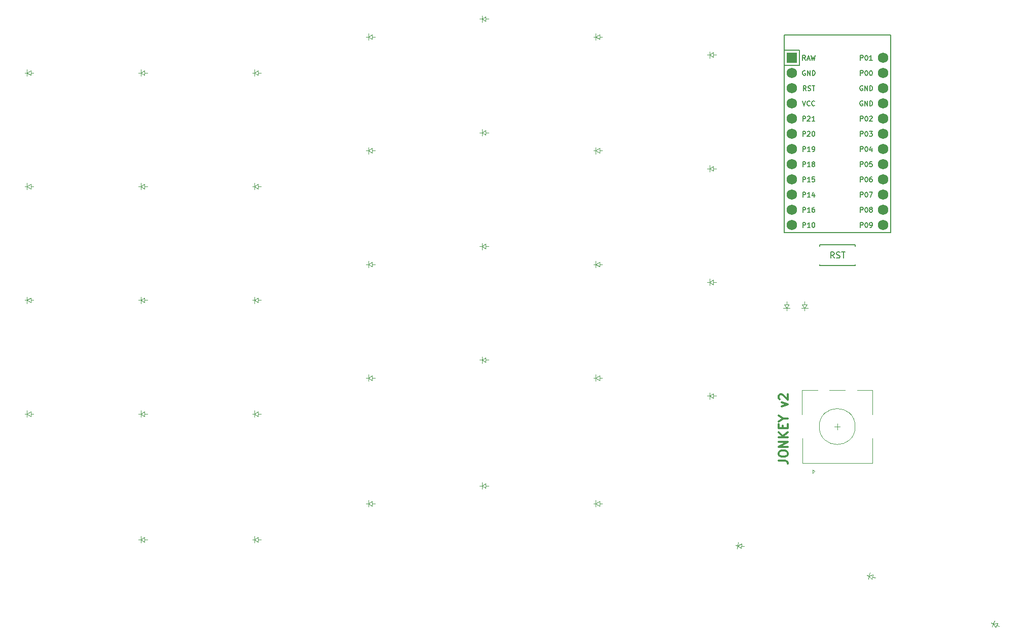
<source format=gbr>
%TF.GenerationSoftware,KiCad,Pcbnew,8.0.6*%
%TF.CreationDate,2024-11-25T22:34:02-05:00*%
%TF.ProjectId,jonkey-v2,6a6f6e6b-6579-42d7-9632-2e6b69636164,v1.0.0*%
%TF.SameCoordinates,Original*%
%TF.FileFunction,Legend,Top*%
%TF.FilePolarity,Positive*%
%FSLAX46Y46*%
G04 Gerber Fmt 4.6, Leading zero omitted, Abs format (unit mm)*
G04 Created by KiCad (PCBNEW 8.0.6) date 2024-11-25 22:34:02*
%MOMM*%
%LPD*%
G01*
G04 APERTURE LIST*
%ADD10C,0.300000*%
%ADD11C,0.150000*%
%ADD12C,0.100000*%
%ADD13C,0.120000*%
%ADD14R,1.752600X1.752600*%
%ADD15C,1.752600*%
G04 APERTURE END LIST*
D10*
X232678328Y-156285713D02*
X233749757Y-156285713D01*
X233749757Y-156285713D02*
X233964042Y-156357142D01*
X233964042Y-156357142D02*
X234106900Y-156499999D01*
X234106900Y-156499999D02*
X234178328Y-156714285D01*
X234178328Y-156714285D02*
X234178328Y-156857142D01*
X232678328Y-155285713D02*
X232678328Y-154999999D01*
X232678328Y-154999999D02*
X232749757Y-154857142D01*
X232749757Y-154857142D02*
X232892614Y-154714285D01*
X232892614Y-154714285D02*
X233178328Y-154642856D01*
X233178328Y-154642856D02*
X233678328Y-154642856D01*
X233678328Y-154642856D02*
X233964042Y-154714285D01*
X233964042Y-154714285D02*
X234106900Y-154857142D01*
X234106900Y-154857142D02*
X234178328Y-154999999D01*
X234178328Y-154999999D02*
X234178328Y-155285713D01*
X234178328Y-155285713D02*
X234106900Y-155428571D01*
X234106900Y-155428571D02*
X233964042Y-155571428D01*
X233964042Y-155571428D02*
X233678328Y-155642856D01*
X233678328Y-155642856D02*
X233178328Y-155642856D01*
X233178328Y-155642856D02*
X232892614Y-155571428D01*
X232892614Y-155571428D02*
X232749757Y-155428571D01*
X232749757Y-155428571D02*
X232678328Y-155285713D01*
X234178328Y-153999999D02*
X232678328Y-153999999D01*
X232678328Y-153999999D02*
X234178328Y-153142856D01*
X234178328Y-153142856D02*
X232678328Y-153142856D01*
X234178328Y-152428570D02*
X232678328Y-152428570D01*
X234178328Y-151571427D02*
X233321185Y-152214284D01*
X232678328Y-151571427D02*
X233535471Y-152428570D01*
X233392614Y-150928570D02*
X233392614Y-150428570D01*
X234178328Y-150214284D02*
X234178328Y-150928570D01*
X234178328Y-150928570D02*
X232678328Y-150928570D01*
X232678328Y-150928570D02*
X232678328Y-150214284D01*
X233464042Y-149285712D02*
X234178328Y-149285712D01*
X232678328Y-149785712D02*
X233464042Y-149285712D01*
X233464042Y-149285712D02*
X232678328Y-148785712D01*
X233178328Y-147285713D02*
X234178328Y-146928570D01*
X234178328Y-146928570D02*
X233178328Y-146571427D01*
X232821185Y-146071427D02*
X232749757Y-145999999D01*
X232749757Y-145999999D02*
X232678328Y-145857142D01*
X232678328Y-145857142D02*
X232678328Y-145499999D01*
X232678328Y-145499999D02*
X232749757Y-145357142D01*
X232749757Y-145357142D02*
X232821185Y-145285713D01*
X232821185Y-145285713D02*
X232964042Y-145214284D01*
X232964042Y-145214284D02*
X233106900Y-145214284D01*
X233106900Y-145214284D02*
X233321185Y-145285713D01*
X233321185Y-145285713D02*
X234178328Y-146142856D01*
X234178328Y-146142856D02*
X234178328Y-145214284D01*
D11*
X241952380Y-122454819D02*
X241619047Y-121978628D01*
X241380952Y-122454819D02*
X241380952Y-121454819D01*
X241380952Y-121454819D02*
X241761904Y-121454819D01*
X241761904Y-121454819D02*
X241857142Y-121502438D01*
X241857142Y-121502438D02*
X241904761Y-121550057D01*
X241904761Y-121550057D02*
X241952380Y-121645295D01*
X241952380Y-121645295D02*
X241952380Y-121788152D01*
X241952380Y-121788152D02*
X241904761Y-121883390D01*
X241904761Y-121883390D02*
X241857142Y-121931009D01*
X241857142Y-121931009D02*
X241761904Y-121978628D01*
X241761904Y-121978628D02*
X241380952Y-121978628D01*
X242333333Y-122407200D02*
X242476190Y-122454819D01*
X242476190Y-122454819D02*
X242714285Y-122454819D01*
X242714285Y-122454819D02*
X242809523Y-122407200D01*
X242809523Y-122407200D02*
X242857142Y-122359580D01*
X242857142Y-122359580D02*
X242904761Y-122264342D01*
X242904761Y-122264342D02*
X242904761Y-122169104D01*
X242904761Y-122169104D02*
X242857142Y-122073866D01*
X242857142Y-122073866D02*
X242809523Y-122026247D01*
X242809523Y-122026247D02*
X242714285Y-121978628D01*
X242714285Y-121978628D02*
X242523809Y-121931009D01*
X242523809Y-121931009D02*
X242428571Y-121883390D01*
X242428571Y-121883390D02*
X242380952Y-121835771D01*
X242380952Y-121835771D02*
X242333333Y-121740533D01*
X242333333Y-121740533D02*
X242333333Y-121645295D01*
X242333333Y-121645295D02*
X242380952Y-121550057D01*
X242380952Y-121550057D02*
X242428571Y-121502438D01*
X242428571Y-121502438D02*
X242523809Y-121454819D01*
X242523809Y-121454819D02*
X242761904Y-121454819D01*
X242761904Y-121454819D02*
X242904761Y-121502438D01*
X243190476Y-121454819D02*
X243761904Y-121454819D01*
X243476190Y-122454819D02*
X243476190Y-121454819D01*
X246328571Y-107172295D02*
X246328571Y-106372295D01*
X246328571Y-106372295D02*
X246633333Y-106372295D01*
X246633333Y-106372295D02*
X246709523Y-106410390D01*
X246709523Y-106410390D02*
X246747618Y-106448485D01*
X246747618Y-106448485D02*
X246785714Y-106524676D01*
X246785714Y-106524676D02*
X246785714Y-106638961D01*
X246785714Y-106638961D02*
X246747618Y-106715152D01*
X246747618Y-106715152D02*
X246709523Y-106753247D01*
X246709523Y-106753247D02*
X246633333Y-106791342D01*
X246633333Y-106791342D02*
X246328571Y-106791342D01*
X247280952Y-106372295D02*
X247357142Y-106372295D01*
X247357142Y-106372295D02*
X247433333Y-106410390D01*
X247433333Y-106410390D02*
X247471428Y-106448485D01*
X247471428Y-106448485D02*
X247509523Y-106524676D01*
X247509523Y-106524676D02*
X247547618Y-106677057D01*
X247547618Y-106677057D02*
X247547618Y-106867533D01*
X247547618Y-106867533D02*
X247509523Y-107019914D01*
X247509523Y-107019914D02*
X247471428Y-107096104D01*
X247471428Y-107096104D02*
X247433333Y-107134200D01*
X247433333Y-107134200D02*
X247357142Y-107172295D01*
X247357142Y-107172295D02*
X247280952Y-107172295D01*
X247280952Y-107172295D02*
X247204761Y-107134200D01*
X247204761Y-107134200D02*
X247166666Y-107096104D01*
X247166666Y-107096104D02*
X247128571Y-107019914D01*
X247128571Y-107019914D02*
X247090475Y-106867533D01*
X247090475Y-106867533D02*
X247090475Y-106677057D01*
X247090475Y-106677057D02*
X247128571Y-106524676D01*
X247128571Y-106524676D02*
X247166666Y-106448485D01*
X247166666Y-106448485D02*
X247204761Y-106410390D01*
X247204761Y-106410390D02*
X247280952Y-106372295D01*
X248271428Y-106372295D02*
X247890476Y-106372295D01*
X247890476Y-106372295D02*
X247852380Y-106753247D01*
X247852380Y-106753247D02*
X247890476Y-106715152D01*
X247890476Y-106715152D02*
X247966666Y-106677057D01*
X247966666Y-106677057D02*
X248157142Y-106677057D01*
X248157142Y-106677057D02*
X248233333Y-106715152D01*
X248233333Y-106715152D02*
X248271428Y-106753247D01*
X248271428Y-106753247D02*
X248309523Y-106829438D01*
X248309523Y-106829438D02*
X248309523Y-107019914D01*
X248309523Y-107019914D02*
X248271428Y-107096104D01*
X248271428Y-107096104D02*
X248233333Y-107134200D01*
X248233333Y-107134200D02*
X248157142Y-107172295D01*
X248157142Y-107172295D02*
X247966666Y-107172295D01*
X247966666Y-107172295D02*
X247890476Y-107134200D01*
X247890476Y-107134200D02*
X247852380Y-107096104D01*
X237261905Y-94472295D02*
X236995238Y-94091342D01*
X236804762Y-94472295D02*
X236804762Y-93672295D01*
X236804762Y-93672295D02*
X237109524Y-93672295D01*
X237109524Y-93672295D02*
X237185714Y-93710390D01*
X237185714Y-93710390D02*
X237223809Y-93748485D01*
X237223809Y-93748485D02*
X237261905Y-93824676D01*
X237261905Y-93824676D02*
X237261905Y-93938961D01*
X237261905Y-93938961D02*
X237223809Y-94015152D01*
X237223809Y-94015152D02*
X237185714Y-94053247D01*
X237185714Y-94053247D02*
X237109524Y-94091342D01*
X237109524Y-94091342D02*
X236804762Y-94091342D01*
X237566666Y-94434200D02*
X237680952Y-94472295D01*
X237680952Y-94472295D02*
X237871428Y-94472295D01*
X237871428Y-94472295D02*
X237947619Y-94434200D01*
X237947619Y-94434200D02*
X237985714Y-94396104D01*
X237985714Y-94396104D02*
X238023809Y-94319914D01*
X238023809Y-94319914D02*
X238023809Y-94243723D01*
X238023809Y-94243723D02*
X237985714Y-94167533D01*
X237985714Y-94167533D02*
X237947619Y-94129438D01*
X237947619Y-94129438D02*
X237871428Y-94091342D01*
X237871428Y-94091342D02*
X237719047Y-94053247D01*
X237719047Y-94053247D02*
X237642857Y-94015152D01*
X237642857Y-94015152D02*
X237604762Y-93977057D01*
X237604762Y-93977057D02*
X237566666Y-93900866D01*
X237566666Y-93900866D02*
X237566666Y-93824676D01*
X237566666Y-93824676D02*
X237604762Y-93748485D01*
X237604762Y-93748485D02*
X237642857Y-93710390D01*
X237642857Y-93710390D02*
X237719047Y-93672295D01*
X237719047Y-93672295D02*
X237909524Y-93672295D01*
X237909524Y-93672295D02*
X238023809Y-93710390D01*
X238252381Y-93672295D02*
X238709524Y-93672295D01*
X238480952Y-94472295D02*
X238480952Y-93672295D01*
X236728571Y-107172295D02*
X236728571Y-106372295D01*
X236728571Y-106372295D02*
X237033333Y-106372295D01*
X237033333Y-106372295D02*
X237109523Y-106410390D01*
X237109523Y-106410390D02*
X237147618Y-106448485D01*
X237147618Y-106448485D02*
X237185714Y-106524676D01*
X237185714Y-106524676D02*
X237185714Y-106638961D01*
X237185714Y-106638961D02*
X237147618Y-106715152D01*
X237147618Y-106715152D02*
X237109523Y-106753247D01*
X237109523Y-106753247D02*
X237033333Y-106791342D01*
X237033333Y-106791342D02*
X236728571Y-106791342D01*
X237947618Y-107172295D02*
X237490475Y-107172295D01*
X237719047Y-107172295D02*
X237719047Y-106372295D01*
X237719047Y-106372295D02*
X237642856Y-106486580D01*
X237642856Y-106486580D02*
X237566666Y-106562771D01*
X237566666Y-106562771D02*
X237490475Y-106600866D01*
X238404761Y-106715152D02*
X238328571Y-106677057D01*
X238328571Y-106677057D02*
X238290476Y-106638961D01*
X238290476Y-106638961D02*
X238252380Y-106562771D01*
X238252380Y-106562771D02*
X238252380Y-106524676D01*
X238252380Y-106524676D02*
X238290476Y-106448485D01*
X238290476Y-106448485D02*
X238328571Y-106410390D01*
X238328571Y-106410390D02*
X238404761Y-106372295D01*
X238404761Y-106372295D02*
X238557142Y-106372295D01*
X238557142Y-106372295D02*
X238633333Y-106410390D01*
X238633333Y-106410390D02*
X238671428Y-106448485D01*
X238671428Y-106448485D02*
X238709523Y-106524676D01*
X238709523Y-106524676D02*
X238709523Y-106562771D01*
X238709523Y-106562771D02*
X238671428Y-106638961D01*
X238671428Y-106638961D02*
X238633333Y-106677057D01*
X238633333Y-106677057D02*
X238557142Y-106715152D01*
X238557142Y-106715152D02*
X238404761Y-106715152D01*
X238404761Y-106715152D02*
X238328571Y-106753247D01*
X238328571Y-106753247D02*
X238290476Y-106791342D01*
X238290476Y-106791342D02*
X238252380Y-106867533D01*
X238252380Y-106867533D02*
X238252380Y-107019914D01*
X238252380Y-107019914D02*
X238290476Y-107096104D01*
X238290476Y-107096104D02*
X238328571Y-107134200D01*
X238328571Y-107134200D02*
X238404761Y-107172295D01*
X238404761Y-107172295D02*
X238557142Y-107172295D01*
X238557142Y-107172295D02*
X238633333Y-107134200D01*
X238633333Y-107134200D02*
X238671428Y-107096104D01*
X238671428Y-107096104D02*
X238709523Y-107019914D01*
X238709523Y-107019914D02*
X238709523Y-106867533D01*
X238709523Y-106867533D02*
X238671428Y-106791342D01*
X238671428Y-106791342D02*
X238633333Y-106753247D01*
X238633333Y-106753247D02*
X238557142Y-106715152D01*
X236728571Y-114792295D02*
X236728571Y-113992295D01*
X236728571Y-113992295D02*
X237033333Y-113992295D01*
X237033333Y-113992295D02*
X237109523Y-114030390D01*
X237109523Y-114030390D02*
X237147618Y-114068485D01*
X237147618Y-114068485D02*
X237185714Y-114144676D01*
X237185714Y-114144676D02*
X237185714Y-114258961D01*
X237185714Y-114258961D02*
X237147618Y-114335152D01*
X237147618Y-114335152D02*
X237109523Y-114373247D01*
X237109523Y-114373247D02*
X237033333Y-114411342D01*
X237033333Y-114411342D02*
X236728571Y-114411342D01*
X237947618Y-114792295D02*
X237490475Y-114792295D01*
X237719047Y-114792295D02*
X237719047Y-113992295D01*
X237719047Y-113992295D02*
X237642856Y-114106580D01*
X237642856Y-114106580D02*
X237566666Y-114182771D01*
X237566666Y-114182771D02*
X237490475Y-114220866D01*
X238633333Y-113992295D02*
X238480952Y-113992295D01*
X238480952Y-113992295D02*
X238404761Y-114030390D01*
X238404761Y-114030390D02*
X238366666Y-114068485D01*
X238366666Y-114068485D02*
X238290476Y-114182771D01*
X238290476Y-114182771D02*
X238252380Y-114335152D01*
X238252380Y-114335152D02*
X238252380Y-114639914D01*
X238252380Y-114639914D02*
X238290476Y-114716104D01*
X238290476Y-114716104D02*
X238328571Y-114754200D01*
X238328571Y-114754200D02*
X238404761Y-114792295D01*
X238404761Y-114792295D02*
X238557142Y-114792295D01*
X238557142Y-114792295D02*
X238633333Y-114754200D01*
X238633333Y-114754200D02*
X238671428Y-114716104D01*
X238671428Y-114716104D02*
X238709523Y-114639914D01*
X238709523Y-114639914D02*
X238709523Y-114449438D01*
X238709523Y-114449438D02*
X238671428Y-114373247D01*
X238671428Y-114373247D02*
X238633333Y-114335152D01*
X238633333Y-114335152D02*
X238557142Y-114297057D01*
X238557142Y-114297057D02*
X238404761Y-114297057D01*
X238404761Y-114297057D02*
X238328571Y-114335152D01*
X238328571Y-114335152D02*
X238290476Y-114373247D01*
X238290476Y-114373247D02*
X238252380Y-114449438D01*
X246328571Y-114792295D02*
X246328571Y-113992295D01*
X246328571Y-113992295D02*
X246633333Y-113992295D01*
X246633333Y-113992295D02*
X246709523Y-114030390D01*
X246709523Y-114030390D02*
X246747618Y-114068485D01*
X246747618Y-114068485D02*
X246785714Y-114144676D01*
X246785714Y-114144676D02*
X246785714Y-114258961D01*
X246785714Y-114258961D02*
X246747618Y-114335152D01*
X246747618Y-114335152D02*
X246709523Y-114373247D01*
X246709523Y-114373247D02*
X246633333Y-114411342D01*
X246633333Y-114411342D02*
X246328571Y-114411342D01*
X247280952Y-113992295D02*
X247357142Y-113992295D01*
X247357142Y-113992295D02*
X247433333Y-114030390D01*
X247433333Y-114030390D02*
X247471428Y-114068485D01*
X247471428Y-114068485D02*
X247509523Y-114144676D01*
X247509523Y-114144676D02*
X247547618Y-114297057D01*
X247547618Y-114297057D02*
X247547618Y-114487533D01*
X247547618Y-114487533D02*
X247509523Y-114639914D01*
X247509523Y-114639914D02*
X247471428Y-114716104D01*
X247471428Y-114716104D02*
X247433333Y-114754200D01*
X247433333Y-114754200D02*
X247357142Y-114792295D01*
X247357142Y-114792295D02*
X247280952Y-114792295D01*
X247280952Y-114792295D02*
X247204761Y-114754200D01*
X247204761Y-114754200D02*
X247166666Y-114716104D01*
X247166666Y-114716104D02*
X247128571Y-114639914D01*
X247128571Y-114639914D02*
X247090475Y-114487533D01*
X247090475Y-114487533D02*
X247090475Y-114297057D01*
X247090475Y-114297057D02*
X247128571Y-114144676D01*
X247128571Y-114144676D02*
X247166666Y-114068485D01*
X247166666Y-114068485D02*
X247204761Y-114030390D01*
X247204761Y-114030390D02*
X247280952Y-113992295D01*
X248004761Y-114335152D02*
X247928571Y-114297057D01*
X247928571Y-114297057D02*
X247890476Y-114258961D01*
X247890476Y-114258961D02*
X247852380Y-114182771D01*
X247852380Y-114182771D02*
X247852380Y-114144676D01*
X247852380Y-114144676D02*
X247890476Y-114068485D01*
X247890476Y-114068485D02*
X247928571Y-114030390D01*
X247928571Y-114030390D02*
X248004761Y-113992295D01*
X248004761Y-113992295D02*
X248157142Y-113992295D01*
X248157142Y-113992295D02*
X248233333Y-114030390D01*
X248233333Y-114030390D02*
X248271428Y-114068485D01*
X248271428Y-114068485D02*
X248309523Y-114144676D01*
X248309523Y-114144676D02*
X248309523Y-114182771D01*
X248309523Y-114182771D02*
X248271428Y-114258961D01*
X248271428Y-114258961D02*
X248233333Y-114297057D01*
X248233333Y-114297057D02*
X248157142Y-114335152D01*
X248157142Y-114335152D02*
X248004761Y-114335152D01*
X248004761Y-114335152D02*
X247928571Y-114373247D01*
X247928571Y-114373247D02*
X247890476Y-114411342D01*
X247890476Y-114411342D02*
X247852380Y-114487533D01*
X247852380Y-114487533D02*
X247852380Y-114639914D01*
X247852380Y-114639914D02*
X247890476Y-114716104D01*
X247890476Y-114716104D02*
X247928571Y-114754200D01*
X247928571Y-114754200D02*
X248004761Y-114792295D01*
X248004761Y-114792295D02*
X248157142Y-114792295D01*
X248157142Y-114792295D02*
X248233333Y-114754200D01*
X248233333Y-114754200D02*
X248271428Y-114716104D01*
X248271428Y-114716104D02*
X248309523Y-114639914D01*
X248309523Y-114639914D02*
X248309523Y-114487533D01*
X248309523Y-114487533D02*
X248271428Y-114411342D01*
X248271428Y-114411342D02*
X248233333Y-114373247D01*
X248233333Y-114373247D02*
X248157142Y-114335152D01*
X246328571Y-102092295D02*
X246328571Y-101292295D01*
X246328571Y-101292295D02*
X246633333Y-101292295D01*
X246633333Y-101292295D02*
X246709523Y-101330390D01*
X246709523Y-101330390D02*
X246747618Y-101368485D01*
X246747618Y-101368485D02*
X246785714Y-101444676D01*
X246785714Y-101444676D02*
X246785714Y-101558961D01*
X246785714Y-101558961D02*
X246747618Y-101635152D01*
X246747618Y-101635152D02*
X246709523Y-101673247D01*
X246709523Y-101673247D02*
X246633333Y-101711342D01*
X246633333Y-101711342D02*
X246328571Y-101711342D01*
X247280952Y-101292295D02*
X247357142Y-101292295D01*
X247357142Y-101292295D02*
X247433333Y-101330390D01*
X247433333Y-101330390D02*
X247471428Y-101368485D01*
X247471428Y-101368485D02*
X247509523Y-101444676D01*
X247509523Y-101444676D02*
X247547618Y-101597057D01*
X247547618Y-101597057D02*
X247547618Y-101787533D01*
X247547618Y-101787533D02*
X247509523Y-101939914D01*
X247509523Y-101939914D02*
X247471428Y-102016104D01*
X247471428Y-102016104D02*
X247433333Y-102054200D01*
X247433333Y-102054200D02*
X247357142Y-102092295D01*
X247357142Y-102092295D02*
X247280952Y-102092295D01*
X247280952Y-102092295D02*
X247204761Y-102054200D01*
X247204761Y-102054200D02*
X247166666Y-102016104D01*
X247166666Y-102016104D02*
X247128571Y-101939914D01*
X247128571Y-101939914D02*
X247090475Y-101787533D01*
X247090475Y-101787533D02*
X247090475Y-101597057D01*
X247090475Y-101597057D02*
X247128571Y-101444676D01*
X247128571Y-101444676D02*
X247166666Y-101368485D01*
X247166666Y-101368485D02*
X247204761Y-101330390D01*
X247204761Y-101330390D02*
X247280952Y-101292295D01*
X247814285Y-101292295D02*
X248309523Y-101292295D01*
X248309523Y-101292295D02*
X248042857Y-101597057D01*
X248042857Y-101597057D02*
X248157142Y-101597057D01*
X248157142Y-101597057D02*
X248233333Y-101635152D01*
X248233333Y-101635152D02*
X248271428Y-101673247D01*
X248271428Y-101673247D02*
X248309523Y-101749438D01*
X248309523Y-101749438D02*
X248309523Y-101939914D01*
X248309523Y-101939914D02*
X248271428Y-102016104D01*
X248271428Y-102016104D02*
X248233333Y-102054200D01*
X248233333Y-102054200D02*
X248157142Y-102092295D01*
X248157142Y-102092295D02*
X247928571Y-102092295D01*
X247928571Y-102092295D02*
X247852380Y-102054200D01*
X247852380Y-102054200D02*
X247814285Y-102016104D01*
X237147619Y-89392295D02*
X236880952Y-89011342D01*
X236690476Y-89392295D02*
X236690476Y-88592295D01*
X236690476Y-88592295D02*
X236995238Y-88592295D01*
X236995238Y-88592295D02*
X237071428Y-88630390D01*
X237071428Y-88630390D02*
X237109523Y-88668485D01*
X237109523Y-88668485D02*
X237147619Y-88744676D01*
X237147619Y-88744676D02*
X237147619Y-88858961D01*
X237147619Y-88858961D02*
X237109523Y-88935152D01*
X237109523Y-88935152D02*
X237071428Y-88973247D01*
X237071428Y-88973247D02*
X236995238Y-89011342D01*
X236995238Y-89011342D02*
X236690476Y-89011342D01*
X237452380Y-89163723D02*
X237833333Y-89163723D01*
X237376190Y-89392295D02*
X237642857Y-88592295D01*
X237642857Y-88592295D02*
X237909523Y-89392295D01*
X238099999Y-88592295D02*
X238290475Y-89392295D01*
X238290475Y-89392295D02*
X238442856Y-88820866D01*
X238442856Y-88820866D02*
X238595237Y-89392295D01*
X238595237Y-89392295D02*
X238785714Y-88592295D01*
X246690476Y-96250390D02*
X246614286Y-96212295D01*
X246614286Y-96212295D02*
X246500000Y-96212295D01*
X246500000Y-96212295D02*
X246385714Y-96250390D01*
X246385714Y-96250390D02*
X246309524Y-96326580D01*
X246309524Y-96326580D02*
X246271429Y-96402771D01*
X246271429Y-96402771D02*
X246233333Y-96555152D01*
X246233333Y-96555152D02*
X246233333Y-96669438D01*
X246233333Y-96669438D02*
X246271429Y-96821819D01*
X246271429Y-96821819D02*
X246309524Y-96898009D01*
X246309524Y-96898009D02*
X246385714Y-96974200D01*
X246385714Y-96974200D02*
X246500000Y-97012295D01*
X246500000Y-97012295D02*
X246576191Y-97012295D01*
X246576191Y-97012295D02*
X246690476Y-96974200D01*
X246690476Y-96974200D02*
X246728572Y-96936104D01*
X246728572Y-96936104D02*
X246728572Y-96669438D01*
X246728572Y-96669438D02*
X246576191Y-96669438D01*
X247071429Y-97012295D02*
X247071429Y-96212295D01*
X247071429Y-96212295D02*
X247528572Y-97012295D01*
X247528572Y-97012295D02*
X247528572Y-96212295D01*
X247909524Y-97012295D02*
X247909524Y-96212295D01*
X247909524Y-96212295D02*
X248100000Y-96212295D01*
X248100000Y-96212295D02*
X248214286Y-96250390D01*
X248214286Y-96250390D02*
X248290476Y-96326580D01*
X248290476Y-96326580D02*
X248328571Y-96402771D01*
X248328571Y-96402771D02*
X248366667Y-96555152D01*
X248366667Y-96555152D02*
X248366667Y-96669438D01*
X248366667Y-96669438D02*
X248328571Y-96821819D01*
X248328571Y-96821819D02*
X248290476Y-96898009D01*
X248290476Y-96898009D02*
X248214286Y-96974200D01*
X248214286Y-96974200D02*
X248100000Y-97012295D01*
X248100000Y-97012295D02*
X247909524Y-97012295D01*
X236728571Y-117332295D02*
X236728571Y-116532295D01*
X236728571Y-116532295D02*
X237033333Y-116532295D01*
X237033333Y-116532295D02*
X237109523Y-116570390D01*
X237109523Y-116570390D02*
X237147618Y-116608485D01*
X237147618Y-116608485D02*
X237185714Y-116684676D01*
X237185714Y-116684676D02*
X237185714Y-116798961D01*
X237185714Y-116798961D02*
X237147618Y-116875152D01*
X237147618Y-116875152D02*
X237109523Y-116913247D01*
X237109523Y-116913247D02*
X237033333Y-116951342D01*
X237033333Y-116951342D02*
X236728571Y-116951342D01*
X237947618Y-117332295D02*
X237490475Y-117332295D01*
X237719047Y-117332295D02*
X237719047Y-116532295D01*
X237719047Y-116532295D02*
X237642856Y-116646580D01*
X237642856Y-116646580D02*
X237566666Y-116722771D01*
X237566666Y-116722771D02*
X237490475Y-116760866D01*
X238442857Y-116532295D02*
X238519047Y-116532295D01*
X238519047Y-116532295D02*
X238595238Y-116570390D01*
X238595238Y-116570390D02*
X238633333Y-116608485D01*
X238633333Y-116608485D02*
X238671428Y-116684676D01*
X238671428Y-116684676D02*
X238709523Y-116837057D01*
X238709523Y-116837057D02*
X238709523Y-117027533D01*
X238709523Y-117027533D02*
X238671428Y-117179914D01*
X238671428Y-117179914D02*
X238633333Y-117256104D01*
X238633333Y-117256104D02*
X238595238Y-117294200D01*
X238595238Y-117294200D02*
X238519047Y-117332295D01*
X238519047Y-117332295D02*
X238442857Y-117332295D01*
X238442857Y-117332295D02*
X238366666Y-117294200D01*
X238366666Y-117294200D02*
X238328571Y-117256104D01*
X238328571Y-117256104D02*
X238290476Y-117179914D01*
X238290476Y-117179914D02*
X238252380Y-117027533D01*
X238252380Y-117027533D02*
X238252380Y-116837057D01*
X238252380Y-116837057D02*
X238290476Y-116684676D01*
X238290476Y-116684676D02*
X238328571Y-116608485D01*
X238328571Y-116608485D02*
X238366666Y-116570390D01*
X238366666Y-116570390D02*
X238442857Y-116532295D01*
X237090476Y-91170390D02*
X237014286Y-91132295D01*
X237014286Y-91132295D02*
X236900000Y-91132295D01*
X236900000Y-91132295D02*
X236785714Y-91170390D01*
X236785714Y-91170390D02*
X236709524Y-91246580D01*
X236709524Y-91246580D02*
X236671429Y-91322771D01*
X236671429Y-91322771D02*
X236633333Y-91475152D01*
X236633333Y-91475152D02*
X236633333Y-91589438D01*
X236633333Y-91589438D02*
X236671429Y-91741819D01*
X236671429Y-91741819D02*
X236709524Y-91818009D01*
X236709524Y-91818009D02*
X236785714Y-91894200D01*
X236785714Y-91894200D02*
X236900000Y-91932295D01*
X236900000Y-91932295D02*
X236976191Y-91932295D01*
X236976191Y-91932295D02*
X237090476Y-91894200D01*
X237090476Y-91894200D02*
X237128572Y-91856104D01*
X237128572Y-91856104D02*
X237128572Y-91589438D01*
X237128572Y-91589438D02*
X236976191Y-91589438D01*
X237471429Y-91932295D02*
X237471429Y-91132295D01*
X237471429Y-91132295D02*
X237928572Y-91932295D01*
X237928572Y-91932295D02*
X237928572Y-91132295D01*
X238309524Y-91932295D02*
X238309524Y-91132295D01*
X238309524Y-91132295D02*
X238500000Y-91132295D01*
X238500000Y-91132295D02*
X238614286Y-91170390D01*
X238614286Y-91170390D02*
X238690476Y-91246580D01*
X238690476Y-91246580D02*
X238728571Y-91322771D01*
X238728571Y-91322771D02*
X238766667Y-91475152D01*
X238766667Y-91475152D02*
X238766667Y-91589438D01*
X238766667Y-91589438D02*
X238728571Y-91741819D01*
X238728571Y-91741819D02*
X238690476Y-91818009D01*
X238690476Y-91818009D02*
X238614286Y-91894200D01*
X238614286Y-91894200D02*
X238500000Y-91932295D01*
X238500000Y-91932295D02*
X238309524Y-91932295D01*
X236728571Y-99552295D02*
X236728571Y-98752295D01*
X236728571Y-98752295D02*
X237033333Y-98752295D01*
X237033333Y-98752295D02*
X237109523Y-98790390D01*
X237109523Y-98790390D02*
X237147618Y-98828485D01*
X237147618Y-98828485D02*
X237185714Y-98904676D01*
X237185714Y-98904676D02*
X237185714Y-99018961D01*
X237185714Y-99018961D02*
X237147618Y-99095152D01*
X237147618Y-99095152D02*
X237109523Y-99133247D01*
X237109523Y-99133247D02*
X237033333Y-99171342D01*
X237033333Y-99171342D02*
X236728571Y-99171342D01*
X237490475Y-98828485D02*
X237528571Y-98790390D01*
X237528571Y-98790390D02*
X237604761Y-98752295D01*
X237604761Y-98752295D02*
X237795237Y-98752295D01*
X237795237Y-98752295D02*
X237871428Y-98790390D01*
X237871428Y-98790390D02*
X237909523Y-98828485D01*
X237909523Y-98828485D02*
X237947618Y-98904676D01*
X237947618Y-98904676D02*
X237947618Y-98980866D01*
X237947618Y-98980866D02*
X237909523Y-99095152D01*
X237909523Y-99095152D02*
X237452380Y-99552295D01*
X237452380Y-99552295D02*
X237947618Y-99552295D01*
X238709523Y-99552295D02*
X238252380Y-99552295D01*
X238480952Y-99552295D02*
X238480952Y-98752295D01*
X238480952Y-98752295D02*
X238404761Y-98866580D01*
X238404761Y-98866580D02*
X238328571Y-98942771D01*
X238328571Y-98942771D02*
X238252380Y-98980866D01*
X246328571Y-109712295D02*
X246328571Y-108912295D01*
X246328571Y-108912295D02*
X246633333Y-108912295D01*
X246633333Y-108912295D02*
X246709523Y-108950390D01*
X246709523Y-108950390D02*
X246747618Y-108988485D01*
X246747618Y-108988485D02*
X246785714Y-109064676D01*
X246785714Y-109064676D02*
X246785714Y-109178961D01*
X246785714Y-109178961D02*
X246747618Y-109255152D01*
X246747618Y-109255152D02*
X246709523Y-109293247D01*
X246709523Y-109293247D02*
X246633333Y-109331342D01*
X246633333Y-109331342D02*
X246328571Y-109331342D01*
X247280952Y-108912295D02*
X247357142Y-108912295D01*
X247357142Y-108912295D02*
X247433333Y-108950390D01*
X247433333Y-108950390D02*
X247471428Y-108988485D01*
X247471428Y-108988485D02*
X247509523Y-109064676D01*
X247509523Y-109064676D02*
X247547618Y-109217057D01*
X247547618Y-109217057D02*
X247547618Y-109407533D01*
X247547618Y-109407533D02*
X247509523Y-109559914D01*
X247509523Y-109559914D02*
X247471428Y-109636104D01*
X247471428Y-109636104D02*
X247433333Y-109674200D01*
X247433333Y-109674200D02*
X247357142Y-109712295D01*
X247357142Y-109712295D02*
X247280952Y-109712295D01*
X247280952Y-109712295D02*
X247204761Y-109674200D01*
X247204761Y-109674200D02*
X247166666Y-109636104D01*
X247166666Y-109636104D02*
X247128571Y-109559914D01*
X247128571Y-109559914D02*
X247090475Y-109407533D01*
X247090475Y-109407533D02*
X247090475Y-109217057D01*
X247090475Y-109217057D02*
X247128571Y-109064676D01*
X247128571Y-109064676D02*
X247166666Y-108988485D01*
X247166666Y-108988485D02*
X247204761Y-108950390D01*
X247204761Y-108950390D02*
X247280952Y-108912295D01*
X248233333Y-108912295D02*
X248080952Y-108912295D01*
X248080952Y-108912295D02*
X248004761Y-108950390D01*
X248004761Y-108950390D02*
X247966666Y-108988485D01*
X247966666Y-108988485D02*
X247890476Y-109102771D01*
X247890476Y-109102771D02*
X247852380Y-109255152D01*
X247852380Y-109255152D02*
X247852380Y-109559914D01*
X247852380Y-109559914D02*
X247890476Y-109636104D01*
X247890476Y-109636104D02*
X247928571Y-109674200D01*
X247928571Y-109674200D02*
X248004761Y-109712295D01*
X248004761Y-109712295D02*
X248157142Y-109712295D01*
X248157142Y-109712295D02*
X248233333Y-109674200D01*
X248233333Y-109674200D02*
X248271428Y-109636104D01*
X248271428Y-109636104D02*
X248309523Y-109559914D01*
X248309523Y-109559914D02*
X248309523Y-109369438D01*
X248309523Y-109369438D02*
X248271428Y-109293247D01*
X248271428Y-109293247D02*
X248233333Y-109255152D01*
X248233333Y-109255152D02*
X248157142Y-109217057D01*
X248157142Y-109217057D02*
X248004761Y-109217057D01*
X248004761Y-109217057D02*
X247928571Y-109255152D01*
X247928571Y-109255152D02*
X247890476Y-109293247D01*
X247890476Y-109293247D02*
X247852380Y-109369438D01*
X236728571Y-112252295D02*
X236728571Y-111452295D01*
X236728571Y-111452295D02*
X237033333Y-111452295D01*
X237033333Y-111452295D02*
X237109523Y-111490390D01*
X237109523Y-111490390D02*
X237147618Y-111528485D01*
X237147618Y-111528485D02*
X237185714Y-111604676D01*
X237185714Y-111604676D02*
X237185714Y-111718961D01*
X237185714Y-111718961D02*
X237147618Y-111795152D01*
X237147618Y-111795152D02*
X237109523Y-111833247D01*
X237109523Y-111833247D02*
X237033333Y-111871342D01*
X237033333Y-111871342D02*
X236728571Y-111871342D01*
X237947618Y-112252295D02*
X237490475Y-112252295D01*
X237719047Y-112252295D02*
X237719047Y-111452295D01*
X237719047Y-111452295D02*
X237642856Y-111566580D01*
X237642856Y-111566580D02*
X237566666Y-111642771D01*
X237566666Y-111642771D02*
X237490475Y-111680866D01*
X238633333Y-111718961D02*
X238633333Y-112252295D01*
X238442857Y-111414200D02*
X238252380Y-111985628D01*
X238252380Y-111985628D02*
X238747619Y-111985628D01*
X246328571Y-99552295D02*
X246328571Y-98752295D01*
X246328571Y-98752295D02*
X246633333Y-98752295D01*
X246633333Y-98752295D02*
X246709523Y-98790390D01*
X246709523Y-98790390D02*
X246747618Y-98828485D01*
X246747618Y-98828485D02*
X246785714Y-98904676D01*
X246785714Y-98904676D02*
X246785714Y-99018961D01*
X246785714Y-99018961D02*
X246747618Y-99095152D01*
X246747618Y-99095152D02*
X246709523Y-99133247D01*
X246709523Y-99133247D02*
X246633333Y-99171342D01*
X246633333Y-99171342D02*
X246328571Y-99171342D01*
X247280952Y-98752295D02*
X247357142Y-98752295D01*
X247357142Y-98752295D02*
X247433333Y-98790390D01*
X247433333Y-98790390D02*
X247471428Y-98828485D01*
X247471428Y-98828485D02*
X247509523Y-98904676D01*
X247509523Y-98904676D02*
X247547618Y-99057057D01*
X247547618Y-99057057D02*
X247547618Y-99247533D01*
X247547618Y-99247533D02*
X247509523Y-99399914D01*
X247509523Y-99399914D02*
X247471428Y-99476104D01*
X247471428Y-99476104D02*
X247433333Y-99514200D01*
X247433333Y-99514200D02*
X247357142Y-99552295D01*
X247357142Y-99552295D02*
X247280952Y-99552295D01*
X247280952Y-99552295D02*
X247204761Y-99514200D01*
X247204761Y-99514200D02*
X247166666Y-99476104D01*
X247166666Y-99476104D02*
X247128571Y-99399914D01*
X247128571Y-99399914D02*
X247090475Y-99247533D01*
X247090475Y-99247533D02*
X247090475Y-99057057D01*
X247090475Y-99057057D02*
X247128571Y-98904676D01*
X247128571Y-98904676D02*
X247166666Y-98828485D01*
X247166666Y-98828485D02*
X247204761Y-98790390D01*
X247204761Y-98790390D02*
X247280952Y-98752295D01*
X247852380Y-98828485D02*
X247890476Y-98790390D01*
X247890476Y-98790390D02*
X247966666Y-98752295D01*
X247966666Y-98752295D02*
X248157142Y-98752295D01*
X248157142Y-98752295D02*
X248233333Y-98790390D01*
X248233333Y-98790390D02*
X248271428Y-98828485D01*
X248271428Y-98828485D02*
X248309523Y-98904676D01*
X248309523Y-98904676D02*
X248309523Y-98980866D01*
X248309523Y-98980866D02*
X248271428Y-99095152D01*
X248271428Y-99095152D02*
X247814285Y-99552295D01*
X247814285Y-99552295D02*
X248309523Y-99552295D01*
X236728571Y-102092295D02*
X236728571Y-101292295D01*
X236728571Y-101292295D02*
X237033333Y-101292295D01*
X237033333Y-101292295D02*
X237109523Y-101330390D01*
X237109523Y-101330390D02*
X237147618Y-101368485D01*
X237147618Y-101368485D02*
X237185714Y-101444676D01*
X237185714Y-101444676D02*
X237185714Y-101558961D01*
X237185714Y-101558961D02*
X237147618Y-101635152D01*
X237147618Y-101635152D02*
X237109523Y-101673247D01*
X237109523Y-101673247D02*
X237033333Y-101711342D01*
X237033333Y-101711342D02*
X236728571Y-101711342D01*
X237490475Y-101368485D02*
X237528571Y-101330390D01*
X237528571Y-101330390D02*
X237604761Y-101292295D01*
X237604761Y-101292295D02*
X237795237Y-101292295D01*
X237795237Y-101292295D02*
X237871428Y-101330390D01*
X237871428Y-101330390D02*
X237909523Y-101368485D01*
X237909523Y-101368485D02*
X237947618Y-101444676D01*
X237947618Y-101444676D02*
X237947618Y-101520866D01*
X237947618Y-101520866D02*
X237909523Y-101635152D01*
X237909523Y-101635152D02*
X237452380Y-102092295D01*
X237452380Y-102092295D02*
X237947618Y-102092295D01*
X238442857Y-101292295D02*
X238519047Y-101292295D01*
X238519047Y-101292295D02*
X238595238Y-101330390D01*
X238595238Y-101330390D02*
X238633333Y-101368485D01*
X238633333Y-101368485D02*
X238671428Y-101444676D01*
X238671428Y-101444676D02*
X238709523Y-101597057D01*
X238709523Y-101597057D02*
X238709523Y-101787533D01*
X238709523Y-101787533D02*
X238671428Y-101939914D01*
X238671428Y-101939914D02*
X238633333Y-102016104D01*
X238633333Y-102016104D02*
X238595238Y-102054200D01*
X238595238Y-102054200D02*
X238519047Y-102092295D01*
X238519047Y-102092295D02*
X238442857Y-102092295D01*
X238442857Y-102092295D02*
X238366666Y-102054200D01*
X238366666Y-102054200D02*
X238328571Y-102016104D01*
X238328571Y-102016104D02*
X238290476Y-101939914D01*
X238290476Y-101939914D02*
X238252380Y-101787533D01*
X238252380Y-101787533D02*
X238252380Y-101597057D01*
X238252380Y-101597057D02*
X238290476Y-101444676D01*
X238290476Y-101444676D02*
X238328571Y-101368485D01*
X238328571Y-101368485D02*
X238366666Y-101330390D01*
X238366666Y-101330390D02*
X238442857Y-101292295D01*
X246328571Y-112252295D02*
X246328571Y-111452295D01*
X246328571Y-111452295D02*
X246633333Y-111452295D01*
X246633333Y-111452295D02*
X246709523Y-111490390D01*
X246709523Y-111490390D02*
X246747618Y-111528485D01*
X246747618Y-111528485D02*
X246785714Y-111604676D01*
X246785714Y-111604676D02*
X246785714Y-111718961D01*
X246785714Y-111718961D02*
X246747618Y-111795152D01*
X246747618Y-111795152D02*
X246709523Y-111833247D01*
X246709523Y-111833247D02*
X246633333Y-111871342D01*
X246633333Y-111871342D02*
X246328571Y-111871342D01*
X247280952Y-111452295D02*
X247357142Y-111452295D01*
X247357142Y-111452295D02*
X247433333Y-111490390D01*
X247433333Y-111490390D02*
X247471428Y-111528485D01*
X247471428Y-111528485D02*
X247509523Y-111604676D01*
X247509523Y-111604676D02*
X247547618Y-111757057D01*
X247547618Y-111757057D02*
X247547618Y-111947533D01*
X247547618Y-111947533D02*
X247509523Y-112099914D01*
X247509523Y-112099914D02*
X247471428Y-112176104D01*
X247471428Y-112176104D02*
X247433333Y-112214200D01*
X247433333Y-112214200D02*
X247357142Y-112252295D01*
X247357142Y-112252295D02*
X247280952Y-112252295D01*
X247280952Y-112252295D02*
X247204761Y-112214200D01*
X247204761Y-112214200D02*
X247166666Y-112176104D01*
X247166666Y-112176104D02*
X247128571Y-112099914D01*
X247128571Y-112099914D02*
X247090475Y-111947533D01*
X247090475Y-111947533D02*
X247090475Y-111757057D01*
X247090475Y-111757057D02*
X247128571Y-111604676D01*
X247128571Y-111604676D02*
X247166666Y-111528485D01*
X247166666Y-111528485D02*
X247204761Y-111490390D01*
X247204761Y-111490390D02*
X247280952Y-111452295D01*
X247814285Y-111452295D02*
X248347619Y-111452295D01*
X248347619Y-111452295D02*
X248004761Y-112252295D01*
X246328571Y-91932295D02*
X246328571Y-91132295D01*
X246328571Y-91132295D02*
X246633333Y-91132295D01*
X246633333Y-91132295D02*
X246709523Y-91170390D01*
X246709523Y-91170390D02*
X246747618Y-91208485D01*
X246747618Y-91208485D02*
X246785714Y-91284676D01*
X246785714Y-91284676D02*
X246785714Y-91398961D01*
X246785714Y-91398961D02*
X246747618Y-91475152D01*
X246747618Y-91475152D02*
X246709523Y-91513247D01*
X246709523Y-91513247D02*
X246633333Y-91551342D01*
X246633333Y-91551342D02*
X246328571Y-91551342D01*
X247280952Y-91132295D02*
X247357142Y-91132295D01*
X247357142Y-91132295D02*
X247433333Y-91170390D01*
X247433333Y-91170390D02*
X247471428Y-91208485D01*
X247471428Y-91208485D02*
X247509523Y-91284676D01*
X247509523Y-91284676D02*
X247547618Y-91437057D01*
X247547618Y-91437057D02*
X247547618Y-91627533D01*
X247547618Y-91627533D02*
X247509523Y-91779914D01*
X247509523Y-91779914D02*
X247471428Y-91856104D01*
X247471428Y-91856104D02*
X247433333Y-91894200D01*
X247433333Y-91894200D02*
X247357142Y-91932295D01*
X247357142Y-91932295D02*
X247280952Y-91932295D01*
X247280952Y-91932295D02*
X247204761Y-91894200D01*
X247204761Y-91894200D02*
X247166666Y-91856104D01*
X247166666Y-91856104D02*
X247128571Y-91779914D01*
X247128571Y-91779914D02*
X247090475Y-91627533D01*
X247090475Y-91627533D02*
X247090475Y-91437057D01*
X247090475Y-91437057D02*
X247128571Y-91284676D01*
X247128571Y-91284676D02*
X247166666Y-91208485D01*
X247166666Y-91208485D02*
X247204761Y-91170390D01*
X247204761Y-91170390D02*
X247280952Y-91132295D01*
X248042857Y-91132295D02*
X248119047Y-91132295D01*
X248119047Y-91132295D02*
X248195238Y-91170390D01*
X248195238Y-91170390D02*
X248233333Y-91208485D01*
X248233333Y-91208485D02*
X248271428Y-91284676D01*
X248271428Y-91284676D02*
X248309523Y-91437057D01*
X248309523Y-91437057D02*
X248309523Y-91627533D01*
X248309523Y-91627533D02*
X248271428Y-91779914D01*
X248271428Y-91779914D02*
X248233333Y-91856104D01*
X248233333Y-91856104D02*
X248195238Y-91894200D01*
X248195238Y-91894200D02*
X248119047Y-91932295D01*
X248119047Y-91932295D02*
X248042857Y-91932295D01*
X248042857Y-91932295D02*
X247966666Y-91894200D01*
X247966666Y-91894200D02*
X247928571Y-91856104D01*
X247928571Y-91856104D02*
X247890476Y-91779914D01*
X247890476Y-91779914D02*
X247852380Y-91627533D01*
X247852380Y-91627533D02*
X247852380Y-91437057D01*
X247852380Y-91437057D02*
X247890476Y-91284676D01*
X247890476Y-91284676D02*
X247928571Y-91208485D01*
X247928571Y-91208485D02*
X247966666Y-91170390D01*
X247966666Y-91170390D02*
X248042857Y-91132295D01*
X236728571Y-109712295D02*
X236728571Y-108912295D01*
X236728571Y-108912295D02*
X237033333Y-108912295D01*
X237033333Y-108912295D02*
X237109523Y-108950390D01*
X237109523Y-108950390D02*
X237147618Y-108988485D01*
X237147618Y-108988485D02*
X237185714Y-109064676D01*
X237185714Y-109064676D02*
X237185714Y-109178961D01*
X237185714Y-109178961D02*
X237147618Y-109255152D01*
X237147618Y-109255152D02*
X237109523Y-109293247D01*
X237109523Y-109293247D02*
X237033333Y-109331342D01*
X237033333Y-109331342D02*
X236728571Y-109331342D01*
X237947618Y-109712295D02*
X237490475Y-109712295D01*
X237719047Y-109712295D02*
X237719047Y-108912295D01*
X237719047Y-108912295D02*
X237642856Y-109026580D01*
X237642856Y-109026580D02*
X237566666Y-109102771D01*
X237566666Y-109102771D02*
X237490475Y-109140866D01*
X238671428Y-108912295D02*
X238290476Y-108912295D01*
X238290476Y-108912295D02*
X238252380Y-109293247D01*
X238252380Y-109293247D02*
X238290476Y-109255152D01*
X238290476Y-109255152D02*
X238366666Y-109217057D01*
X238366666Y-109217057D02*
X238557142Y-109217057D01*
X238557142Y-109217057D02*
X238633333Y-109255152D01*
X238633333Y-109255152D02*
X238671428Y-109293247D01*
X238671428Y-109293247D02*
X238709523Y-109369438D01*
X238709523Y-109369438D02*
X238709523Y-109559914D01*
X238709523Y-109559914D02*
X238671428Y-109636104D01*
X238671428Y-109636104D02*
X238633333Y-109674200D01*
X238633333Y-109674200D02*
X238557142Y-109712295D01*
X238557142Y-109712295D02*
X238366666Y-109712295D01*
X238366666Y-109712295D02*
X238290476Y-109674200D01*
X238290476Y-109674200D02*
X238252380Y-109636104D01*
X246328571Y-117332295D02*
X246328571Y-116532295D01*
X246328571Y-116532295D02*
X246633333Y-116532295D01*
X246633333Y-116532295D02*
X246709523Y-116570390D01*
X246709523Y-116570390D02*
X246747618Y-116608485D01*
X246747618Y-116608485D02*
X246785714Y-116684676D01*
X246785714Y-116684676D02*
X246785714Y-116798961D01*
X246785714Y-116798961D02*
X246747618Y-116875152D01*
X246747618Y-116875152D02*
X246709523Y-116913247D01*
X246709523Y-116913247D02*
X246633333Y-116951342D01*
X246633333Y-116951342D02*
X246328571Y-116951342D01*
X247280952Y-116532295D02*
X247357142Y-116532295D01*
X247357142Y-116532295D02*
X247433333Y-116570390D01*
X247433333Y-116570390D02*
X247471428Y-116608485D01*
X247471428Y-116608485D02*
X247509523Y-116684676D01*
X247509523Y-116684676D02*
X247547618Y-116837057D01*
X247547618Y-116837057D02*
X247547618Y-117027533D01*
X247547618Y-117027533D02*
X247509523Y-117179914D01*
X247509523Y-117179914D02*
X247471428Y-117256104D01*
X247471428Y-117256104D02*
X247433333Y-117294200D01*
X247433333Y-117294200D02*
X247357142Y-117332295D01*
X247357142Y-117332295D02*
X247280952Y-117332295D01*
X247280952Y-117332295D02*
X247204761Y-117294200D01*
X247204761Y-117294200D02*
X247166666Y-117256104D01*
X247166666Y-117256104D02*
X247128571Y-117179914D01*
X247128571Y-117179914D02*
X247090475Y-117027533D01*
X247090475Y-117027533D02*
X247090475Y-116837057D01*
X247090475Y-116837057D02*
X247128571Y-116684676D01*
X247128571Y-116684676D02*
X247166666Y-116608485D01*
X247166666Y-116608485D02*
X247204761Y-116570390D01*
X247204761Y-116570390D02*
X247280952Y-116532295D01*
X247928571Y-117332295D02*
X248080952Y-117332295D01*
X248080952Y-117332295D02*
X248157142Y-117294200D01*
X248157142Y-117294200D02*
X248195238Y-117256104D01*
X248195238Y-117256104D02*
X248271428Y-117141819D01*
X248271428Y-117141819D02*
X248309523Y-116989438D01*
X248309523Y-116989438D02*
X248309523Y-116684676D01*
X248309523Y-116684676D02*
X248271428Y-116608485D01*
X248271428Y-116608485D02*
X248233333Y-116570390D01*
X248233333Y-116570390D02*
X248157142Y-116532295D01*
X248157142Y-116532295D02*
X248004761Y-116532295D01*
X248004761Y-116532295D02*
X247928571Y-116570390D01*
X247928571Y-116570390D02*
X247890476Y-116608485D01*
X247890476Y-116608485D02*
X247852380Y-116684676D01*
X247852380Y-116684676D02*
X247852380Y-116875152D01*
X247852380Y-116875152D02*
X247890476Y-116951342D01*
X247890476Y-116951342D02*
X247928571Y-116989438D01*
X247928571Y-116989438D02*
X248004761Y-117027533D01*
X248004761Y-117027533D02*
X248157142Y-117027533D01*
X248157142Y-117027533D02*
X248233333Y-116989438D01*
X248233333Y-116989438D02*
X248271428Y-116951342D01*
X248271428Y-116951342D02*
X248309523Y-116875152D01*
X236728571Y-104632295D02*
X236728571Y-103832295D01*
X236728571Y-103832295D02*
X237033333Y-103832295D01*
X237033333Y-103832295D02*
X237109523Y-103870390D01*
X237109523Y-103870390D02*
X237147618Y-103908485D01*
X237147618Y-103908485D02*
X237185714Y-103984676D01*
X237185714Y-103984676D02*
X237185714Y-104098961D01*
X237185714Y-104098961D02*
X237147618Y-104175152D01*
X237147618Y-104175152D02*
X237109523Y-104213247D01*
X237109523Y-104213247D02*
X237033333Y-104251342D01*
X237033333Y-104251342D02*
X236728571Y-104251342D01*
X237947618Y-104632295D02*
X237490475Y-104632295D01*
X237719047Y-104632295D02*
X237719047Y-103832295D01*
X237719047Y-103832295D02*
X237642856Y-103946580D01*
X237642856Y-103946580D02*
X237566666Y-104022771D01*
X237566666Y-104022771D02*
X237490475Y-104060866D01*
X238328571Y-104632295D02*
X238480952Y-104632295D01*
X238480952Y-104632295D02*
X238557142Y-104594200D01*
X238557142Y-104594200D02*
X238595238Y-104556104D01*
X238595238Y-104556104D02*
X238671428Y-104441819D01*
X238671428Y-104441819D02*
X238709523Y-104289438D01*
X238709523Y-104289438D02*
X238709523Y-103984676D01*
X238709523Y-103984676D02*
X238671428Y-103908485D01*
X238671428Y-103908485D02*
X238633333Y-103870390D01*
X238633333Y-103870390D02*
X238557142Y-103832295D01*
X238557142Y-103832295D02*
X238404761Y-103832295D01*
X238404761Y-103832295D02*
X238328571Y-103870390D01*
X238328571Y-103870390D02*
X238290476Y-103908485D01*
X238290476Y-103908485D02*
X238252380Y-103984676D01*
X238252380Y-103984676D02*
X238252380Y-104175152D01*
X238252380Y-104175152D02*
X238290476Y-104251342D01*
X238290476Y-104251342D02*
X238328571Y-104289438D01*
X238328571Y-104289438D02*
X238404761Y-104327533D01*
X238404761Y-104327533D02*
X238557142Y-104327533D01*
X238557142Y-104327533D02*
X238633333Y-104289438D01*
X238633333Y-104289438D02*
X238671428Y-104251342D01*
X238671428Y-104251342D02*
X238709523Y-104175152D01*
X236633333Y-96212295D02*
X236900000Y-97012295D01*
X236900000Y-97012295D02*
X237166666Y-96212295D01*
X237890476Y-96936104D02*
X237852380Y-96974200D01*
X237852380Y-96974200D02*
X237738095Y-97012295D01*
X237738095Y-97012295D02*
X237661904Y-97012295D01*
X237661904Y-97012295D02*
X237547618Y-96974200D01*
X237547618Y-96974200D02*
X237471428Y-96898009D01*
X237471428Y-96898009D02*
X237433333Y-96821819D01*
X237433333Y-96821819D02*
X237395237Y-96669438D01*
X237395237Y-96669438D02*
X237395237Y-96555152D01*
X237395237Y-96555152D02*
X237433333Y-96402771D01*
X237433333Y-96402771D02*
X237471428Y-96326580D01*
X237471428Y-96326580D02*
X237547618Y-96250390D01*
X237547618Y-96250390D02*
X237661904Y-96212295D01*
X237661904Y-96212295D02*
X237738095Y-96212295D01*
X237738095Y-96212295D02*
X237852380Y-96250390D01*
X237852380Y-96250390D02*
X237890476Y-96288485D01*
X238690476Y-96936104D02*
X238652380Y-96974200D01*
X238652380Y-96974200D02*
X238538095Y-97012295D01*
X238538095Y-97012295D02*
X238461904Y-97012295D01*
X238461904Y-97012295D02*
X238347618Y-96974200D01*
X238347618Y-96974200D02*
X238271428Y-96898009D01*
X238271428Y-96898009D02*
X238233333Y-96821819D01*
X238233333Y-96821819D02*
X238195237Y-96669438D01*
X238195237Y-96669438D02*
X238195237Y-96555152D01*
X238195237Y-96555152D02*
X238233333Y-96402771D01*
X238233333Y-96402771D02*
X238271428Y-96326580D01*
X238271428Y-96326580D02*
X238347618Y-96250390D01*
X238347618Y-96250390D02*
X238461904Y-96212295D01*
X238461904Y-96212295D02*
X238538095Y-96212295D01*
X238538095Y-96212295D02*
X238652380Y-96250390D01*
X238652380Y-96250390D02*
X238690476Y-96288485D01*
X246328571Y-104632295D02*
X246328571Y-103832295D01*
X246328571Y-103832295D02*
X246633333Y-103832295D01*
X246633333Y-103832295D02*
X246709523Y-103870390D01*
X246709523Y-103870390D02*
X246747618Y-103908485D01*
X246747618Y-103908485D02*
X246785714Y-103984676D01*
X246785714Y-103984676D02*
X246785714Y-104098961D01*
X246785714Y-104098961D02*
X246747618Y-104175152D01*
X246747618Y-104175152D02*
X246709523Y-104213247D01*
X246709523Y-104213247D02*
X246633333Y-104251342D01*
X246633333Y-104251342D02*
X246328571Y-104251342D01*
X247280952Y-103832295D02*
X247357142Y-103832295D01*
X247357142Y-103832295D02*
X247433333Y-103870390D01*
X247433333Y-103870390D02*
X247471428Y-103908485D01*
X247471428Y-103908485D02*
X247509523Y-103984676D01*
X247509523Y-103984676D02*
X247547618Y-104137057D01*
X247547618Y-104137057D02*
X247547618Y-104327533D01*
X247547618Y-104327533D02*
X247509523Y-104479914D01*
X247509523Y-104479914D02*
X247471428Y-104556104D01*
X247471428Y-104556104D02*
X247433333Y-104594200D01*
X247433333Y-104594200D02*
X247357142Y-104632295D01*
X247357142Y-104632295D02*
X247280952Y-104632295D01*
X247280952Y-104632295D02*
X247204761Y-104594200D01*
X247204761Y-104594200D02*
X247166666Y-104556104D01*
X247166666Y-104556104D02*
X247128571Y-104479914D01*
X247128571Y-104479914D02*
X247090475Y-104327533D01*
X247090475Y-104327533D02*
X247090475Y-104137057D01*
X247090475Y-104137057D02*
X247128571Y-103984676D01*
X247128571Y-103984676D02*
X247166666Y-103908485D01*
X247166666Y-103908485D02*
X247204761Y-103870390D01*
X247204761Y-103870390D02*
X247280952Y-103832295D01*
X248233333Y-104098961D02*
X248233333Y-104632295D01*
X248042857Y-103794200D02*
X247852380Y-104365628D01*
X247852380Y-104365628D02*
X248347619Y-104365628D01*
X246690476Y-93710390D02*
X246614286Y-93672295D01*
X246614286Y-93672295D02*
X246500000Y-93672295D01*
X246500000Y-93672295D02*
X246385714Y-93710390D01*
X246385714Y-93710390D02*
X246309524Y-93786580D01*
X246309524Y-93786580D02*
X246271429Y-93862771D01*
X246271429Y-93862771D02*
X246233333Y-94015152D01*
X246233333Y-94015152D02*
X246233333Y-94129438D01*
X246233333Y-94129438D02*
X246271429Y-94281819D01*
X246271429Y-94281819D02*
X246309524Y-94358009D01*
X246309524Y-94358009D02*
X246385714Y-94434200D01*
X246385714Y-94434200D02*
X246500000Y-94472295D01*
X246500000Y-94472295D02*
X246576191Y-94472295D01*
X246576191Y-94472295D02*
X246690476Y-94434200D01*
X246690476Y-94434200D02*
X246728572Y-94396104D01*
X246728572Y-94396104D02*
X246728572Y-94129438D01*
X246728572Y-94129438D02*
X246576191Y-94129438D01*
X247071429Y-94472295D02*
X247071429Y-93672295D01*
X247071429Y-93672295D02*
X247528572Y-94472295D01*
X247528572Y-94472295D02*
X247528572Y-93672295D01*
X247909524Y-94472295D02*
X247909524Y-93672295D01*
X247909524Y-93672295D02*
X248100000Y-93672295D01*
X248100000Y-93672295D02*
X248214286Y-93710390D01*
X248214286Y-93710390D02*
X248290476Y-93786580D01*
X248290476Y-93786580D02*
X248328571Y-93862771D01*
X248328571Y-93862771D02*
X248366667Y-94015152D01*
X248366667Y-94015152D02*
X248366667Y-94129438D01*
X248366667Y-94129438D02*
X248328571Y-94281819D01*
X248328571Y-94281819D02*
X248290476Y-94358009D01*
X248290476Y-94358009D02*
X248214286Y-94434200D01*
X248214286Y-94434200D02*
X248100000Y-94472295D01*
X248100000Y-94472295D02*
X247909524Y-94472295D01*
X246328571Y-89392295D02*
X246328571Y-88592295D01*
X246328571Y-88592295D02*
X246633333Y-88592295D01*
X246633333Y-88592295D02*
X246709523Y-88630390D01*
X246709523Y-88630390D02*
X246747618Y-88668485D01*
X246747618Y-88668485D02*
X246785714Y-88744676D01*
X246785714Y-88744676D02*
X246785714Y-88858961D01*
X246785714Y-88858961D02*
X246747618Y-88935152D01*
X246747618Y-88935152D02*
X246709523Y-88973247D01*
X246709523Y-88973247D02*
X246633333Y-89011342D01*
X246633333Y-89011342D02*
X246328571Y-89011342D01*
X247280952Y-88592295D02*
X247357142Y-88592295D01*
X247357142Y-88592295D02*
X247433333Y-88630390D01*
X247433333Y-88630390D02*
X247471428Y-88668485D01*
X247471428Y-88668485D02*
X247509523Y-88744676D01*
X247509523Y-88744676D02*
X247547618Y-88897057D01*
X247547618Y-88897057D02*
X247547618Y-89087533D01*
X247547618Y-89087533D02*
X247509523Y-89239914D01*
X247509523Y-89239914D02*
X247471428Y-89316104D01*
X247471428Y-89316104D02*
X247433333Y-89354200D01*
X247433333Y-89354200D02*
X247357142Y-89392295D01*
X247357142Y-89392295D02*
X247280952Y-89392295D01*
X247280952Y-89392295D02*
X247204761Y-89354200D01*
X247204761Y-89354200D02*
X247166666Y-89316104D01*
X247166666Y-89316104D02*
X247128571Y-89239914D01*
X247128571Y-89239914D02*
X247090475Y-89087533D01*
X247090475Y-89087533D02*
X247090475Y-88897057D01*
X247090475Y-88897057D02*
X247128571Y-88744676D01*
X247128571Y-88744676D02*
X247166666Y-88668485D01*
X247166666Y-88668485D02*
X247204761Y-88630390D01*
X247204761Y-88630390D02*
X247280952Y-88592295D01*
X248309523Y-89392295D02*
X247852380Y-89392295D01*
X248080952Y-89392295D02*
X248080952Y-88592295D01*
X248080952Y-88592295D02*
X248004761Y-88706580D01*
X248004761Y-88706580D02*
X247928571Y-88782771D01*
X247928571Y-88782771D02*
X247852380Y-88820866D01*
D12*
%TO.C,D8*%
X125750000Y-110500000D02*
X126150000Y-110500000D01*
X126150000Y-110500000D02*
X126150000Y-109950000D01*
X126150000Y-110500000D02*
X126150000Y-111050000D01*
X126150000Y-110500000D02*
X126750000Y-110100000D01*
X126750000Y-110100000D02*
X126750000Y-110900000D01*
X126750000Y-110500000D02*
X127250000Y-110500000D01*
X126750000Y-110900000D02*
X126150000Y-110500000D01*
%TO.C,D5*%
X125750000Y-169500000D02*
X126150000Y-169500000D01*
X126150000Y-169500000D02*
X126150000Y-168950000D01*
X126150000Y-169500000D02*
X126150000Y-170050000D01*
X126150000Y-169500000D02*
X126750000Y-169100000D01*
X126750000Y-169100000D02*
X126750000Y-169900000D01*
X126750000Y-169500000D02*
X127250000Y-169500000D01*
X126750000Y-169900000D02*
X126150000Y-169500000D01*
%TO.C,R11*%
X234400000Y-130250000D02*
X234000000Y-130850000D01*
X234000000Y-131250000D02*
X234000000Y-130850000D01*
X234000000Y-130850000D02*
X234550000Y-130850000D01*
X234000000Y-130850000D02*
X233600000Y-130250000D01*
X234000000Y-130850000D02*
X233450000Y-130850000D01*
X234000000Y-130250000D02*
X234000000Y-129750000D01*
X233600000Y-130250000D02*
X234400000Y-130250000D01*
%TO.C,D17*%
X163750000Y-123500000D02*
X164150000Y-123500000D01*
X164150000Y-123500000D02*
X164150000Y-122950000D01*
X164150000Y-123500000D02*
X164150000Y-124050000D01*
X164150000Y-123500000D02*
X164750000Y-123100000D01*
X164750000Y-123100000D02*
X164750000Y-123900000D01*
X164750000Y-123500000D02*
X165250000Y-123500000D01*
X164750000Y-123900000D02*
X164150000Y-123500000D01*
%TO.C,D34*%
X225453165Y-170444280D02*
X225849272Y-170499949D01*
X225849272Y-170499949D02*
X225772727Y-171044597D01*
X225849272Y-170499949D02*
X225925817Y-169955302D01*
X225849272Y-170499949D02*
X226499102Y-170187346D01*
X226387764Y-170979561D02*
X225849272Y-170499949D01*
X226443433Y-170583453D02*
X226938567Y-170653040D01*
X226499102Y-170187346D02*
X226387764Y-170979561D01*
%TO.C,D6*%
X125750000Y-148500000D02*
X126150000Y-148500000D01*
X126150000Y-148500000D02*
X126150000Y-147950000D01*
X126150000Y-148500000D02*
X126150000Y-149050000D01*
X126150000Y-148500000D02*
X126750000Y-148100000D01*
X126750000Y-148100000D02*
X126750000Y-148900000D01*
X126750000Y-148500000D02*
X127250000Y-148500000D01*
X126750000Y-148900000D02*
X126150000Y-148500000D01*
%TO.C,D1*%
X106750000Y-148500000D02*
X107150000Y-148500000D01*
X107150000Y-148500000D02*
X107150000Y-147950000D01*
X107150000Y-148500000D02*
X107150000Y-149050000D01*
X107150000Y-148500000D02*
X107750000Y-148100000D01*
X107750000Y-148100000D02*
X107750000Y-148900000D01*
X107750000Y-148500000D02*
X108250000Y-148500000D01*
X107750000Y-148900000D02*
X107150000Y-148500000D01*
%TO.C,D7*%
X125750000Y-129500000D02*
X126150000Y-129500000D01*
X126150000Y-129500000D02*
X126150000Y-128950000D01*
X126150000Y-129500000D02*
X126150000Y-130050000D01*
X126150000Y-129500000D02*
X126750000Y-129100000D01*
X126750000Y-129100000D02*
X126750000Y-129900000D01*
X126750000Y-129500000D02*
X127250000Y-129500000D01*
X126750000Y-129900000D02*
X126150000Y-129500000D01*
%TO.C,D18*%
X163750000Y-104500000D02*
X164150000Y-104500000D01*
X164150000Y-104500000D02*
X164150000Y-103950000D01*
X164150000Y-104500000D02*
X164150000Y-105050000D01*
X164150000Y-104500000D02*
X164750000Y-104100000D01*
X164750000Y-104100000D02*
X164750000Y-104900000D01*
X164750000Y-104500000D02*
X165250000Y-104500000D01*
X164750000Y-104900000D02*
X164150000Y-104500000D01*
%TO.C,D4*%
X106750000Y-91500000D02*
X107150000Y-91500000D01*
X107150000Y-91500000D02*
X107150000Y-90950000D01*
X107150000Y-91500000D02*
X107150000Y-92050000D01*
X107150000Y-91500000D02*
X107750000Y-91100000D01*
X107750000Y-91100000D02*
X107750000Y-91900000D01*
X107750000Y-91500000D02*
X108250000Y-91500000D01*
X107750000Y-91900000D02*
X107150000Y-91500000D01*
%TO.C,D32*%
X220750000Y-107500000D02*
X221150000Y-107500000D01*
X221150000Y-107500000D02*
X221150000Y-106950000D01*
X221150000Y-107500000D02*
X221150000Y-108050000D01*
X221150000Y-107500000D02*
X221750000Y-107100000D01*
X221750000Y-107100000D02*
X221750000Y-107900000D01*
X221750000Y-107500000D02*
X222250000Y-107500000D01*
X221750000Y-107900000D02*
X221150000Y-107500000D01*
%TO.C,D33*%
X220750000Y-88500000D02*
X221150000Y-88500000D01*
X221150000Y-88500000D02*
X221150000Y-87950000D01*
X221150000Y-88500000D02*
X221150000Y-89050000D01*
X221150000Y-88500000D02*
X221750000Y-88100000D01*
X221750000Y-88100000D02*
X221750000Y-88900000D01*
X221750000Y-88500000D02*
X222250000Y-88500000D01*
X221750000Y-88900000D02*
X221150000Y-88500000D01*
%TO.C,D2*%
X106750000Y-129500000D02*
X107150000Y-129500000D01*
X107150000Y-129500000D02*
X107150000Y-128950000D01*
X107150000Y-129500000D02*
X107150000Y-130050000D01*
X107150000Y-129500000D02*
X107750000Y-129100000D01*
X107750000Y-129100000D02*
X107750000Y-129900000D01*
X107750000Y-129500000D02*
X108250000Y-129500000D01*
X107750000Y-129900000D02*
X107150000Y-129500000D01*
%TO.C,D3*%
X106750000Y-110500000D02*
X107150000Y-110500000D01*
X107150000Y-110500000D02*
X107150000Y-109950000D01*
X107150000Y-110500000D02*
X107150000Y-111050000D01*
X107150000Y-110500000D02*
X107750000Y-110100000D01*
X107750000Y-110100000D02*
X107750000Y-110900000D01*
X107750000Y-110500000D02*
X108250000Y-110500000D01*
X107750000Y-110900000D02*
X107150000Y-110500000D01*
%TO.C,D25*%
X201750000Y-163500000D02*
X202150000Y-163500000D01*
X202150000Y-163500000D02*
X202150000Y-162950000D01*
X202150000Y-163500000D02*
X202150000Y-164050000D01*
X202150000Y-163500000D02*
X202750000Y-163100000D01*
X202750000Y-163100000D02*
X202750000Y-163900000D01*
X202750000Y-163500000D02*
X203250000Y-163500000D01*
X202750000Y-163900000D02*
X202150000Y-163500000D01*
%TO.C,D28*%
X201750000Y-104500000D02*
X202150000Y-104500000D01*
X202150000Y-104500000D02*
X202150000Y-103950000D01*
X202150000Y-104500000D02*
X202150000Y-105050000D01*
X202150000Y-104500000D02*
X202750000Y-104100000D01*
X202750000Y-104100000D02*
X202750000Y-104900000D01*
X202750000Y-104500000D02*
X203250000Y-104500000D01*
X202750000Y-104900000D02*
X202150000Y-104500000D01*
%TO.C,D12*%
X144750000Y-129500000D02*
X145150000Y-129500000D01*
X145150000Y-129500000D02*
X145150000Y-128950000D01*
X145150000Y-129500000D02*
X145150000Y-130050000D01*
X145150000Y-129500000D02*
X145750000Y-129100000D01*
X145750000Y-129100000D02*
X145750000Y-129900000D01*
X145750000Y-129500000D02*
X146250000Y-129500000D01*
X145750000Y-129900000D02*
X145150000Y-129500000D01*
%TO.C,D24*%
X182750000Y-82500000D02*
X183150000Y-82500000D01*
X183150000Y-82500000D02*
X183150000Y-81950000D01*
X183150000Y-82500000D02*
X183150000Y-83050000D01*
X183150000Y-82500000D02*
X183750000Y-82100000D01*
X183750000Y-82100000D02*
X183750000Y-82900000D01*
X183750000Y-82500000D02*
X184250000Y-82500000D01*
X183750000Y-82900000D02*
X183150000Y-82500000D01*
%TO.C,D31*%
X220750000Y-126500000D02*
X221150000Y-126500000D01*
X221150000Y-126500000D02*
X221150000Y-125950000D01*
X221150000Y-126500000D02*
X221150000Y-127050000D01*
X221150000Y-126500000D02*
X221750000Y-126100000D01*
X221750000Y-126100000D02*
X221750000Y-126900000D01*
X221750000Y-126500000D02*
X222250000Y-126500000D01*
X221750000Y-126900000D02*
X221150000Y-126500000D01*
%TO.C,D35*%
X247391864Y-175471295D02*
X247776368Y-175581550D01*
X247776368Y-175581550D02*
X247624768Y-176110244D01*
X247776368Y-175581550D02*
X247927969Y-175052856D01*
X247776368Y-175581550D02*
X248463380Y-175362428D01*
X248242870Y-176131437D02*
X247776368Y-175581550D01*
X248353124Y-175746932D02*
X248833756Y-175884751D01*
X248463380Y-175362428D02*
X248242870Y-176131437D01*
%TO.C,D10*%
X144750000Y-169500000D02*
X145150000Y-169500000D01*
X145150000Y-169500000D02*
X145150000Y-168950000D01*
X145150000Y-169500000D02*
X145150000Y-170050000D01*
X145150000Y-169500000D02*
X145750000Y-169100000D01*
X145750000Y-169100000D02*
X145750000Y-169900000D01*
X145750000Y-169500000D02*
X146250000Y-169500000D01*
X145750000Y-169900000D02*
X145150000Y-169500000D01*
%TO.C,D27*%
X201750000Y-123500000D02*
X202150000Y-123500000D01*
X202150000Y-123500000D02*
X202150000Y-122950000D01*
X202150000Y-123500000D02*
X202150000Y-124050000D01*
X202150000Y-123500000D02*
X202750000Y-123100000D01*
X202750000Y-123100000D02*
X202750000Y-123900000D01*
X202750000Y-123500000D02*
X203250000Y-123500000D01*
X202750000Y-123900000D02*
X202150000Y-123500000D01*
%TO.C,D11*%
X144750000Y-148500000D02*
X145150000Y-148500000D01*
X145150000Y-148500000D02*
X145150000Y-147950000D01*
X145150000Y-148500000D02*
X145150000Y-149050000D01*
X145150000Y-148500000D02*
X145750000Y-148100000D01*
X145750000Y-148100000D02*
X145750000Y-148900000D01*
X145750000Y-148500000D02*
X146250000Y-148500000D01*
X145750000Y-148900000D02*
X145150000Y-148500000D01*
%TO.C,D14*%
X144750000Y-91500000D02*
X145150000Y-91500000D01*
X145150000Y-91500000D02*
X145150000Y-90950000D01*
X145150000Y-91500000D02*
X145150000Y-92050000D01*
X145150000Y-91500000D02*
X145750000Y-91100000D01*
X145750000Y-91100000D02*
X145750000Y-91900000D01*
X145750000Y-91500000D02*
X146250000Y-91500000D01*
X145750000Y-91900000D02*
X145150000Y-91500000D01*
%TO.C,D9*%
X125750000Y-91500000D02*
X126150000Y-91500000D01*
X126150000Y-91500000D02*
X126150000Y-90950000D01*
X126150000Y-91500000D02*
X126150000Y-92050000D01*
X126150000Y-91500000D02*
X126750000Y-91100000D01*
X126750000Y-91100000D02*
X126750000Y-91900000D01*
X126750000Y-91500000D02*
X127250000Y-91500000D01*
X126750000Y-91900000D02*
X126150000Y-91500000D01*
%TO.C,D13*%
X144750000Y-110500000D02*
X145150000Y-110500000D01*
X145150000Y-110500000D02*
X145150000Y-109950000D01*
X145150000Y-110500000D02*
X145150000Y-111050000D01*
X145150000Y-110500000D02*
X145750000Y-110100000D01*
X145750000Y-110100000D02*
X145750000Y-110900000D01*
X145750000Y-110500000D02*
X146250000Y-110500000D01*
X145750000Y-110900000D02*
X145150000Y-110500000D01*
%TO.C,D36*%
X268155232Y-183407233D02*
X268520650Y-183569927D01*
X268520650Y-183569927D02*
X268296945Y-184072377D01*
X268520650Y-183569927D02*
X268744355Y-183067477D01*
X268520650Y-183569927D02*
X269231472Y-183448551D01*
X268906083Y-184179387D02*
X268520650Y-183569927D01*
X269068777Y-183813969D02*
X269525550Y-184017337D01*
X269231472Y-183448551D02*
X268906083Y-184179387D01*
%TO.C,D16*%
X163750000Y-142500000D02*
X164150000Y-142500000D01*
X164150000Y-142500000D02*
X164150000Y-141950000D01*
X164150000Y-142500000D02*
X164150000Y-143050000D01*
X164150000Y-142500000D02*
X164750000Y-142100000D01*
X164750000Y-142100000D02*
X164750000Y-142900000D01*
X164750000Y-142500000D02*
X165250000Y-142500000D01*
X164750000Y-142900000D02*
X164150000Y-142500000D01*
D11*
%TO.C,RST1*%
X239500000Y-120250000D02*
X239500000Y-120500000D01*
X239500000Y-120250000D02*
X245500000Y-120250000D01*
X239500000Y-123750000D02*
X239500000Y-123500000D01*
X239500000Y-123750000D02*
X245500000Y-123750000D01*
X245500000Y-120250000D02*
X245500000Y-120500000D01*
X245500000Y-123750000D02*
X245500000Y-123500000D01*
D12*
%TO.C,D30*%
X220750000Y-145500000D02*
X221150000Y-145500000D01*
X221150000Y-145500000D02*
X221150000Y-144950000D01*
X221150000Y-145500000D02*
X221150000Y-146050000D01*
X221150000Y-145500000D02*
X221750000Y-145100000D01*
X221750000Y-145100000D02*
X221750000Y-145900000D01*
X221750000Y-145500000D02*
X222250000Y-145500000D01*
X221750000Y-145900000D02*
X221150000Y-145500000D01*
%TO.C,D21*%
X182750000Y-139500000D02*
X183150000Y-139500000D01*
X183150000Y-139500000D02*
X183150000Y-138950000D01*
X183150000Y-139500000D02*
X183150000Y-140050000D01*
X183150000Y-139500000D02*
X183750000Y-139100000D01*
X183750000Y-139100000D02*
X183750000Y-139900000D01*
X183750000Y-139500000D02*
X184250000Y-139500000D01*
X183750000Y-139900000D02*
X183150000Y-139500000D01*
%TO.C,D26*%
X201750000Y-142500000D02*
X202150000Y-142500000D01*
X202150000Y-142500000D02*
X202150000Y-141950000D01*
X202150000Y-142500000D02*
X202150000Y-143050000D01*
X202150000Y-142500000D02*
X202750000Y-142100000D01*
X202750000Y-142100000D02*
X202750000Y-142900000D01*
X202750000Y-142500000D02*
X203250000Y-142500000D01*
X202750000Y-142900000D02*
X202150000Y-142500000D01*
D11*
%TO.C,MCU1*%
X233610000Y-85220000D02*
X233610000Y-118240000D01*
X233610000Y-118240000D02*
X251390000Y-118240000D01*
X236150000Y-87760000D02*
X233610000Y-87760000D01*
X236150000Y-87760000D02*
X236150000Y-90300000D01*
X236150000Y-90300000D02*
X233610000Y-90300000D01*
X251390000Y-85220000D02*
X233610000Y-85220000D01*
X251390000Y-118240000D02*
X251390000Y-85220000D01*
D12*
%TO.C,R21*%
X237400000Y-130250000D02*
X237000000Y-130850000D01*
X237000000Y-131250000D02*
X237000000Y-130850000D01*
X237000000Y-130850000D02*
X237550000Y-130850000D01*
X237000000Y-130850000D02*
X236600000Y-130250000D01*
X237000000Y-130850000D02*
X236450000Y-130850000D01*
X237000000Y-130250000D02*
X237000000Y-129750000D01*
X236600000Y-130250000D02*
X237400000Y-130250000D01*
%TO.C,D22*%
X182750000Y-120500000D02*
X183150000Y-120500000D01*
X183150000Y-120500000D02*
X183150000Y-119950000D01*
X183150000Y-120500000D02*
X183150000Y-121050000D01*
X183150000Y-120500000D02*
X183750000Y-120100000D01*
X183750000Y-120100000D02*
X183750000Y-120900000D01*
X183750000Y-120500000D02*
X184250000Y-120500000D01*
X183750000Y-120900000D02*
X183150000Y-120500000D01*
D13*
%TO.C,ROT1*%
X236560000Y-144520000D02*
X239160000Y-144520000D01*
X236560000Y-148620000D02*
X236560000Y-144520000D01*
X236660000Y-152620000D02*
X236660000Y-156720000D01*
X236660000Y-156720000D02*
X248360000Y-156720000D01*
X238360000Y-157820000D02*
X238660000Y-158120000D01*
X238360000Y-158420000D02*
X238360000Y-157820000D01*
X238660000Y-158120000D02*
X238360000Y-158420000D01*
X241160000Y-144520000D02*
X243760000Y-144520000D01*
X241960000Y-150620000D02*
X242960000Y-150620000D01*
X242460000Y-151120000D02*
X242460000Y-150120000D01*
X245760000Y-144520000D02*
X248360000Y-144520000D01*
X248360000Y-144520000D02*
X248360000Y-148620000D01*
X248360000Y-152620000D02*
X248360000Y-156720000D01*
X245460000Y-150620000D02*
G75*
G02*
X239460000Y-150620000I-3000000J0D01*
G01*
X239460000Y-150620000D02*
G75*
G02*
X245460000Y-150620000I3000000J0D01*
G01*
D12*
%TO.C,D23*%
X182750000Y-101500000D02*
X183150000Y-101500000D01*
X183150000Y-101500000D02*
X183150000Y-100950000D01*
X183150000Y-101500000D02*
X183150000Y-102050000D01*
X183150000Y-101500000D02*
X183750000Y-101100000D01*
X183750000Y-101100000D02*
X183750000Y-101900000D01*
X183750000Y-101500000D02*
X184250000Y-101500000D01*
X183750000Y-101900000D02*
X183150000Y-101500000D01*
%TO.C,D20*%
X182750000Y-160500000D02*
X183150000Y-160500000D01*
X183150000Y-160500000D02*
X183150000Y-159950000D01*
X183150000Y-160500000D02*
X183150000Y-161050000D01*
X183150000Y-160500000D02*
X183750000Y-160100000D01*
X183750000Y-160100000D02*
X183750000Y-160900000D01*
X183750000Y-160500000D02*
X184250000Y-160500000D01*
X183750000Y-160900000D02*
X183150000Y-160500000D01*
%TO.C,D29*%
X201750000Y-85500000D02*
X202150000Y-85500000D01*
X202150000Y-85500000D02*
X202150000Y-84950000D01*
X202150000Y-85500000D02*
X202150000Y-86050000D01*
X202150000Y-85500000D02*
X202750000Y-85100000D01*
X202750000Y-85100000D02*
X202750000Y-85900000D01*
X202750000Y-85500000D02*
X203250000Y-85500000D01*
X202750000Y-85900000D02*
X202150000Y-85500000D01*
%TO.C,D15*%
X163750000Y-163500000D02*
X164150000Y-163500000D01*
X164150000Y-163500000D02*
X164150000Y-162950000D01*
X164150000Y-163500000D02*
X164150000Y-164050000D01*
X164150000Y-163500000D02*
X164750000Y-163100000D01*
X164750000Y-163100000D02*
X164750000Y-163900000D01*
X164750000Y-163500000D02*
X165250000Y-163500000D01*
X164750000Y-163900000D02*
X164150000Y-163500000D01*
%TO.C,D19*%
X163750000Y-85500000D02*
X164150000Y-85500000D01*
X164150000Y-85500000D02*
X164150000Y-84950000D01*
X164150000Y-85500000D02*
X164150000Y-86050000D01*
X164150000Y-85500000D02*
X164750000Y-85100000D01*
X164750000Y-85100000D02*
X164750000Y-85900000D01*
X164750000Y-85500000D02*
X165250000Y-85500000D01*
X164750000Y-85900000D02*
X164150000Y-85500000D01*
%TD*%
D14*
%TO.C,MCU1*%
X234880000Y-89030000D03*
D15*
X234880000Y-91570000D03*
X234880000Y-94110000D03*
X234880000Y-96650000D03*
X234880000Y-99190000D03*
X234880000Y-101730000D03*
X234880000Y-104270000D03*
X234880000Y-106810000D03*
X234880000Y-109350000D03*
X234880000Y-111890000D03*
X234880000Y-114430000D03*
X234880000Y-116970000D03*
X250120000Y-89030000D03*
X250120000Y-91570000D03*
X250120000Y-94110000D03*
X250120000Y-96650000D03*
X250120000Y-99190000D03*
X250120000Y-101730000D03*
X250120000Y-104270000D03*
X250120000Y-106810000D03*
X250120000Y-109350000D03*
X250120000Y-111890000D03*
X250120000Y-114430000D03*
X250120000Y-116970000D03*
%TD*%
M02*

</source>
